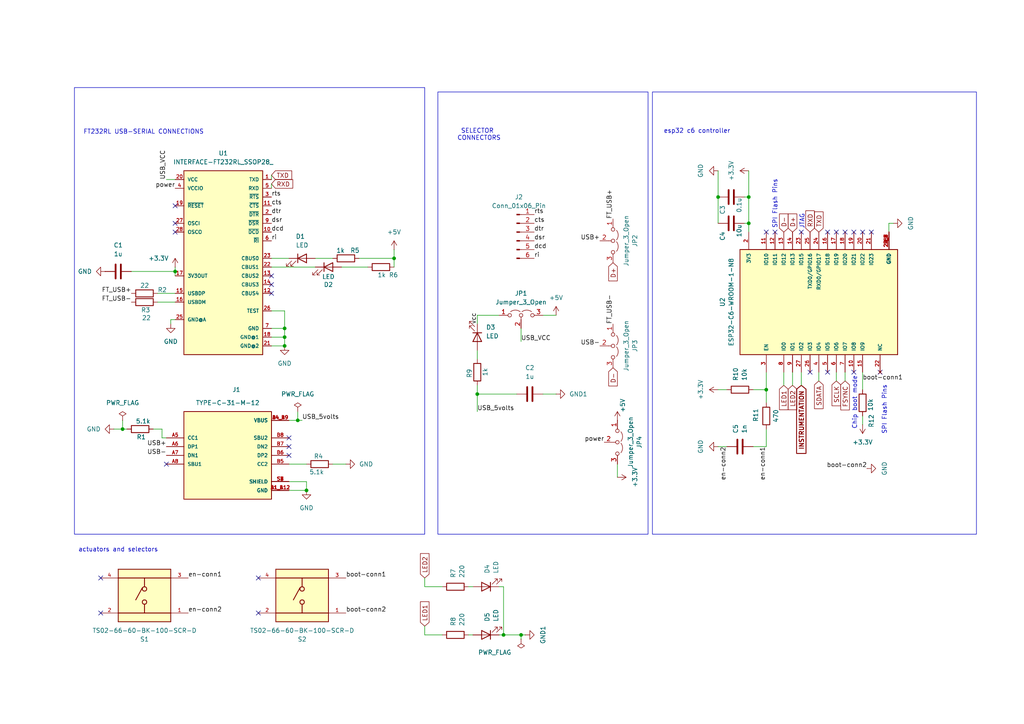
<source format=kicad_sch>
(kicad_sch (version 20250114) (generator "eeschema") (generator_version "9.0")
  (paper "A4")
  (lib_symbols
    (symbol "Connector:Conn_01x06_Pin" (pin_names (offset 1.016) (hide yes))
      (property "Reference" "J" (at 0 7.62 0))
      (property "Value" "Conn_01x06_Pin" (at 0 -10.16 0))
      (symbol "Conn_01x06_Pin_1_1"
        (rectangle (start 0.8636 5.207) (end 0 4.953) (stroke (width 0.1524)) (fill (type outline)))
        (rectangle (start 0.8636 2.667) (end 0 2.413) (stroke (width 0.1524)) (fill (type outline)))
        (rectangle (start 0.8636 0.127) (end 0 -0.127) (stroke (width 0.1524)) (fill (type outline)))
        (rectangle (start 0.8636 -2.413) (end 0 -2.667) (stroke (width 0.1524)) (fill (type outline)))
        (rectangle (start 0.8636 -4.953) (end 0 -5.207) (stroke (width 0.1524)) (fill (type outline)))
        (rectangle (start 0.8636 -7.493) (end 0 -7.747) (stroke (width 0.1524)) (fill (type outline)))
        (polyline (pts (xy 1.27 5.08) (xy 0.8636 5.08)) (stroke (width 0.1524)))
        (polyline (pts (xy 1.27 2.54) (xy 0.8636 2.54)) (stroke (width 0.1524)))
        (polyline (pts (xy 1.27 0) (xy 0.8636 0)) (stroke (width 0.1524)))
        (polyline (pts (xy 1.27 -2.54) (xy 0.8636 -2.54)) (stroke (width 0.1524)))
        (polyline (pts (xy 1.27 -5.08) (xy 0.8636 -5.08)) (stroke (width 0.1524)))
        (polyline (pts (xy 1.27 -7.62) (xy 0.8636 -7.62)) (stroke (width 0.1524)))
        (pin passive line (at 5.08 5.08 180) (length 3.81) (name "Pin_1") (number "1"))
        (pin passive line (at 5.08 2.54 180) (length 3.81) (name "Pin_2") (number "2"))
        (pin passive line (at 5.08 0 180) (length 3.81) (name "Pin_3") (number "3"))
        (pin passive line (at 5.08 -2.54 180) (length 3.81) (name "Pin_4") (number "4"))
        (pin passive line (at 5.08 -5.08 180) (length 3.81) (name "Pin_5") (number "5"))
        (pin passive line (at 5.08 -7.62 180) (length 3.81) (name "Pin_6") (number "6"))
      )
    )
    (symbol "Device:C" (pin_numbers (hide yes)) (pin_names (offset 0.254))
      (property "Reference" "C" (at 0.635 2.54 0))
      (property "Value" "C" (at 0.635 -2.54 0))
      (symbol "C_0_1"
        (polyline (pts (xy -2.032 0.762) (xy 2.032 0.762)) (stroke (width 0.508)))
        (polyline (pts (xy -2.032 -0.762) (xy 2.032 -0.762)) (stroke (width 0.508)))
      )
      (symbol "C_1_1"
        (pin passive line (at 0 3.81 270) (length 2.794) (name "~") (number "1"))
        (pin passive line (at 0 -3.81 90) (length 2.794) (name "~") (number "2"))
      )
    )
    (symbol "Device:LED" (pin_numbers (hide yes)) (pin_names (offset 1.016) (hide yes))
      (property "Reference" "D" (at 0 2.54 0))
      (property "Value" "LED" (at 0 -2.54 0))
      (symbol "LED_0_1"
        (polyline (pts (xy -3.048 -0.762) (xy -4.572 -2.286) (xy -3.81 -2.286) (xy -4.572 -2.286) (xy -4.572 -1.524)))
        (polyline (pts (xy -1.778 -0.762) (xy -3.302 -2.286) (xy -2.54 -2.286) (xy -3.302 -2.286) (xy -3.302 -1.524)))
        (polyline (pts (xy -1.27 0) (xy 1.27 0)))
        (polyline (pts (xy -1.27 -1.27) (xy -1.27 1.27)) (stroke (width 0.254)))
        (polyline (pts (xy 1.27 -1.27) (xy 1.27 1.27) (xy -1.27 0) (xy 1.27 -1.27)) (stroke (width 0.254)))
      )
      (symbol "LED_1_1"
        (pin passive line (at -3.81 0 0) (length 2.54) (name "K") (number "1"))
        (pin passive line (at 3.81 0 180) (length 2.54) (name "A") (number "2"))
      )
    )
    (symbol "Device:R" (pin_numbers (hide yes)) (pin_names (offset 0))
      (property "Reference" "R" (at 2.032 0 90))
      (property "Value" "R" (at 0 0 90))
      (symbol "R_0_1"
        (rectangle (start -1.016 -2.54) (end 1.016 2.54) (stroke (width 0.254)))
      )
      (symbol "R_1_1"
        (pin passive line (at 0 3.81 270) (length 1.27) (name "~") (number "1"))
        (pin passive line (at 0 -3.81 90) (length 1.27) (name "~") (number "2"))
      )
    )
    (symbol "ESP32-C6-WROOM-1-N8-mmms:ESP32-C6-WROOM-1-N8" (pin_names (offset 1.016))
      (property "Reference" "U" (at -15.24 23.622 0))
      (property "Value" "ESP32-C6-WROOM-1-N8" (at -15.24 -25.4 0))
      (symbol "ESP32-C6-WROOM-1-N8_0_0"
        (rectangle (start -15.24 -22.86) (end 15.24 22.86) (stroke (width 0.254)) (fill (type background)))
        (pin input line (at -20.32 15.24 0) (length 5.08) (name "EN") (number "3"))
        (pin bidirectional line (at -20.32 10.16 0) (length 5.08) (name "IO0") (number "8"))
        (pin bidirectional line (at -20.32 7.62 0) (length 5.08) (name "IO1") (number "9"))
        (pin bidirectional line (at -20.32 5.08 0) (length 5.08) (name "IO2") (number "27"))
        (pin bidirectional line (at -20.32 2.54 0) (length 5.08) (name "IO3") (number "26"))
        (pin bidirectional line (at -20.32 0 0) (length 5.08) (name "IO4") (number "4"))
        (pin bidirectional line (at -20.32 -2.54 0) (length 5.08) (name "IO5") (number "5"))
        (pin bidirectional line (at -20.32 -5.08 0) (length 5.08) (name "IO6") (number "6"))
        (pin bidirectional line (at -20.32 -7.62 0) (length 5.08) (name "IO7") (number "7"))
        (pin bidirectional line (at -20.32 -10.16 0) (length 5.08) (name "IO8") (number "10"))
        (pin bidirectional line (at -20.32 -12.7 0) (length 5.08) (name "IO9") (number "15"))
        (pin no_connect line (at -20.32 -17.78 0) (length 5.08) (name "NC") (number "22"))
        (pin power_in line (at 20.32 20.32 180) (length 5.08) (name "3V3") (number "2"))
        (pin bidirectional line (at 20.32 15.24 180) (length 5.08) (name "IO10") (number "11"))
        (pin bidirectional line (at 20.32 12.7 180) (length 5.08) (name "IO11") (number "12"))
        (pin bidirectional line (at 20.32 10.16 180) (length 5.08) (name "IO12") (number "13"))
        (pin bidirectional line (at 20.32 7.62 180) (length 5.08) (name "IO13") (number "14"))
        (pin bidirectional line (at 20.32 5.08 180) (length 5.08) (name "IO15") (number "23"))
        (pin bidirectional line (at 20.32 2.54 180) (length 5.08) (name "TXD0/GPIO16") (number "25"))
        (pin bidirectional line (at 20.32 0 180) (length 5.08) (name "RXD0/GPIO17") (number "24"))
        (pin bidirectional line (at 20.32 -2.54 180) (length 5.08) (name "IO18") (number "16"))
        (pin bidirectional line (at 20.32 -5.08 180) (length 5.08) (name "IO19") (number "17"))
        (pin bidirectional line (at 20.32 -7.62 180) (length 5.08) (name "IO20") (number "18"))
        (pin bidirectional line (at 20.32 -10.16 180) (length 5.08) (name "IO21") (number "19"))
        (pin bidirectional line (at 20.32 -12.7 180) (length 5.08) (name "IO22") (number "20"))
        (pin bidirectional line (at 20.32 -15.24 180) (length 5.08) (name "IO23") (number "21"))
        (pin power_in line (at 20.32 -20.32 180) (length 5.08) (name "GND") (number "1"))
        (pin power_in line (at 20.32 -20.32 180) (length 5.08) (name "GND") (number "28"))
        (pin power_in line (at 20.32 -20.32 180) (length 5.08) (name "GND") (number "29_1"))
        (pin power_in line (at 20.32 -20.32 180) (length 5.08) (name "GND") (number "29_2"))
        (pin power_in line (at 20.32 -20.32 180) (length 5.08) (name "GND") (number "29_3"))
        (pin power_in line (at 20.32 -20.32 180) (length 5.08) (name "GND") (number "29_4"))
        (pin power_in line (at 20.32 -20.32 180) (length 5.08) (name "GND") (number "29_5"))
        (pin power_in line (at 20.32 -20.32 180) (length 5.08) (name "GND") (number "29_6"))
        (pin power_in line (at 20.32 -20.32 180) (length 5.08) (name "GND") (number "29_7"))
        (pin power_in line (at 20.32 -20.32 180) (length 5.08) (name "GND") (number "29_8"))
        (pin power_in line (at 20.32 -20.32 180) (length 5.08) (name "GND") (number "29_9"))
      )
    )
    (symbol "GND_1" (power) (pin_numbers (hide yes)) (pin_names (offset 0) (hide yes))
      (property "Value" "GND" (at 0 -3.81 0))
      (symbol "GND_1_0_1"
        (polyline (pts (xy 0 0) (xy 0 -1.27) (xy 1.27 -1.27) (xy 0 -2.54) (xy -1.27 -1.27) (xy 0 -1.27)))
      )
      (symbol "GND_1_1_1"
        (pin power_in line (at 0 0 270) (length 0) (name "~") (number "1"))
      )
    )
    (symbol "INTERFACE-FT232RL_SSOP28_:INTERFACE-FT232RL_SSOP28_" (pin_names (offset 1.016))
      (property "Reference" "U" (at -11.4502 27.9893 0))
      (property "Value" "INTERFACE-FT232RL_SSOP28_" (at -5.0815 27.9484 0))
      (symbol "INTERFACE-FT232RL_SSOP28__0_0"
        (rectangle (start -11.43 -26.67) (end 11.43 26.67) (stroke (width 0.254)) (fill (type background)))
        (pin input line (at -13.97 24.13 0) (length 2.54) (name "VCC") (number "20"))
        (pin input line (at -13.97 21.59 0) (length 2.54) (name "VCCIO") (number "4"))
        (pin input line (at -13.97 16.51 0) (length 2.54) (name "~{RESET}") (number "19"))
        (pin input line (at -13.97 11.43 0) (length 2.54) (name "OSCI") (number "27"))
        (pin input line (at -13.97 8.89 0) (length 2.54) (name "OSCO") (number "28"))
        (pin input line (at -13.97 -3.81 0) (length 2.54) (name "3V3OUT") (number "17"))
        (pin input line (at -13.97 -8.89 0) (length 2.54) (name "USBDP") (number "15"))
        (pin input line (at -13.97 -11.43 0) (length 2.54) (name "USBDM") (number "16"))
        (pin input line (at -13.97 -16.51 0) (length 2.54) (name "GND@A") (number "25"))
        (pin input line (at 13.97 24.13 180) (length 2.54) (name "TXD") (number "1"))
        (pin input line (at 13.97 21.59 180) (length 2.54) (name "RXD") (number "5"))
        (pin input line (at 13.97 19.05 180) (length 2.54) (name "~{RTS}") (number "3"))
        (pin input line (at 13.97 16.51 180) (length 2.54) (name "~{CTS}") (number "11"))
        (pin input line (at 13.97 13.97 180) (length 2.54) (name "~{DTR}") (number "2"))
        (pin input line (at 13.97 11.43 180) (length 2.54) (name "~{DSR}") (number "9"))
        (pin input line (at 13.97 8.89 180) (length 2.54) (name "~{DCD}") (number "10"))
        (pin input line (at 13.97 6.35 180) (length 2.54) (name "~{RI}") (number "6"))
        (pin input line (at 13.97 1.27 180) (length 2.54) (name "CBUS0") (number "23"))
        (pin input line (at 13.97 -1.27 180) (length 2.54) (name "CBUS1") (number "22"))
        (pin input line (at 13.97 -3.81 180) (length 2.54) (name "CBUS2") (number "13"))
        (pin input line (at 13.97 -6.35 180) (length 2.54) (name "CBUS3") (number "14"))
        (pin input line (at 13.97 -8.89 180) (length 2.54) (name "CBUS4") (number "12"))
        (pin input line (at 13.97 -13.97 180) (length 2.54) (name "TEST") (number "26"))
        (pin input line (at 13.97 -19.05 180) (length 2.54) (name "GND") (number "7"))
        (pin input line (at 13.97 -21.59 180) (length 2.54) (name "GND@1") (number "18"))
        (pin input line (at 13.97 -24.13 180) (length 2.54) (name "GND@2") (number "21"))
      )
    )
    (symbol "Jumper:Jumper_3_Open" (pin_names (offset 0) (hide yes)) (in_bom no)
      (property "Reference" "JP" (at -2.54 -2.54 0))
      (property "Value" "Jumper_3_Open" (at 0 2.794 0))
      (symbol "Jumper_3_Open_0_0"
        (circle (center -3.302 0) (radius 0.508))
        (circle (center 0 0) (radius 0.508))
        (circle (center 3.302 0) (radius 0.508))
      )
      (symbol "Jumper_3_Open_0_1"
        (arc (start -3.048 1.016) (mid -1.651 1.4992) (end -0.254 1.016))
        (polyline (pts (xy 0 -0.508) (xy 0 -1.27)))
        (arc (start 0.254 1.016) (mid 1.651 1.4992) (end 3.048 1.016))
      )
      (symbol "Jumper_3_Open_1_1"
        (pin passive line (at -6.35 0 0) (length 2.54) (name "A") (number "1"))
        (pin passive line (at 0 -3.81 90) (length 2.54) (name "C") (number "2"))
        (pin passive line (at 6.35 0 180) (length 2.54) (name "B") (number "3"))
      )
    )
    (symbol "TS02-66-60-BK-100-SCR-D-mmms:TS02-66-60-BK-100-SCR-D" (pin_names (offset 1.016))
      (property "Reference" "S" (at -7.62 8.382 0))
      (property "Value" "TS02-66-60-BK-100-SCR-D" (at -7.62 -8.382 0))
      (symbol "TS02-66-60-BK-100-SCR-D_0_0"
        (rectangle (start -7.62 -7.62) (end 7.62 7.62) (stroke (width 0.254)) (fill (type background)))
        (polyline (pts (xy 0 5.08) (xy -7.62 5.08)) (stroke (width 0.254)))
        (polyline (pts (xy 0 5.08) (xy 0 2.54)) (stroke (width 0.254)))
        (polyline (pts (xy 0 5.08) (xy 7.62 5.08)) (stroke (width 0.254)))
        (circle (center 0 1.905) (radius 0.635) (stroke (width 0.254)))
        (circle (center 0 -1.905) (radius 0.635) (stroke (width 0.254)))
        (polyline (pts (xy 0 -2.54) (xy 0 -5.08)) (stroke (width 0.254)))
        (polyline (pts (xy 0 -5.08) (xy -7.62 -5.08)) (stroke (width 0.254)))
        (polyline (pts (xy 0 -5.08) (xy 7.62 -5.08)) (stroke (width 0.254)))
        (polyline (pts (xy 0.635 -2.2225) (xy 2.54 1.27)) (stroke (width 0.254)))
        (pin passive line (at -12.7 5.08 0) (length 5.08) (name "~") (number "1"))
        (pin passive line (at -12.7 -5.08 0) (length 5.08) (name "~") (number "3"))
        (pin passive line (at 12.7 5.08 180) (length 5.08) (name "~") (number "2"))
        (pin passive line (at 12.7 -5.08 180) (length 5.08) (name "~") (number "4"))
      )
    )
    (symbol "TYPE-C-31-M-12:TYPE-C-31-M-12" (pin_names (offset 1.016))
      (property "Reference" "J" (at -12.7 13.462 0))
      (property "Value" "TYPE-C-31-M-12" (at -12.7 -13.462 0))
      (symbol "TYPE-C-31-M-12_0_0"
        (rectangle (start -12.7 -12.7) (end 12.7 12.7) (stroke (width 0.254)) (fill (type background)))
        (pin bidirectional line (at -17.78 5.08 0) (length 5.08) (name "CC1") (number "A5"))
        (pin bidirectional line (at -17.78 2.54 0) (length 5.08) (name "DP1") (number "A6"))
        (pin bidirectional line (at -17.78 0 0) (length 5.08) (name "DN1") (number "A7"))
        (pin bidirectional line (at -17.78 -2.54 0) (length 5.08) (name "SBU1") (number "A8"))
        (pin power_in line (at 17.78 10.16 180) (length 5.08) (name "VBUS") (number "A4_B9"))
        (pin power_in line (at 17.78 10.16 180) (length 5.08) (name "VBUS") (number "B4_A9"))
        (pin bidirectional line (at 17.78 5.08 180) (length 5.08) (name "SBU2") (number "B8"))
        (pin bidirectional line (at 17.78 2.54 180) (length 5.08) (name "DN2") (number "B7"))
        (pin bidirectional line (at 17.78 0 180) (length 5.08) (name "DP2") (number "B6"))
        (pin bidirectional line (at 17.78 -2.54 180) (length 5.08) (name "CC2") (number "B5"))
        (pin passive line (at 17.78 -7.62 180) (length 5.08) (name "SHIELD") (number "S1"))
        (pin passive line (at 17.78 -7.62 180) (length 5.08) (name "SHIELD") (number "S2"))
        (pin passive line (at 17.78 -7.62 180) (length 5.08) (name "SHIELD") (number "S3"))
        (pin passive line (at 17.78 -7.62 180) (length 5.08) (name "SHIELD") (number "S4"))
        (pin power_in line (at 17.78 -10.16 180) (length 5.08) (name "GND") (number "A1_B12"))
        (pin power_in line (at 17.78 -10.16 180) (length 5.08) (name "GND") (number "B1_A12"))
      )
    )
    (symbol "power:+3.3V" (power) (pin_numbers (hide yes)) (pin_names (offset 0) (hide yes))
      (property "Value" "+3.3V" (at 0 3.556 0))
      (symbol "+3.3V_0_1"
        (polyline (pts (xy -0.762 1.27) (xy 0 2.54)))
        (polyline (pts (xy 0 2.54) (xy 0.762 1.27)))
        (polyline (pts (xy 0 0) (xy 0 2.54)))
      )
      (symbol "+3.3V_1_1"
        (pin power_in line (at 0 0 90) (length 0) (name "~") (number "1"))
      )
    )
    (symbol "power:+5V" (power) (pin_numbers (hide yes)) (pin_names (offset 0) (hide yes))
      (property "Value" "+5V" (at 0 3.556 0))
      (symbol "+5V_0_1"
        (polyline (pts (xy -0.762 1.27) (xy 0 2.54)))
        (polyline (pts (xy 0 2.54) (xy 0.762 1.27)))
        (polyline (pts (xy 0 0) (xy 0 2.54)))
      )
      (symbol "+5V_1_1"
        (pin power_in line (at 0 0 90) (length 0) (name "~") (number "1"))
      )
    )
    (symbol "power:GND1" (power) (pin_numbers (hide yes)) (pin_names (offset 0) (hide yes))
      (property "Value" "GND1" (at 0 -3.81 0))
      (symbol "GND1_0_1"
        (polyline (pts (xy 0 0) (xy 0 -1.27) (xy 1.27 -1.27) (xy 0 -2.54) (xy -1.27 -1.27) (xy 0 -1.27)))
      )
      (symbol "GND1_1_1"
        (pin power_in line (at 0 0 270) (length 0) (name "~") (number "1"))
      )
    )
    (symbol "power:PWR_FLAG" (power) (pin_numbers (hide yes)) (pin_names (offset 0) (hide yes))
      (property "Value" "PWR_FLAG" (at 0 3.81 0))
      (symbol "PWR_FLAG_0_0"
        (pin power_out line (at 0 0 90) (length 0) (name "~") (number "1"))
      )
      (symbol "PWR_FLAG_0_1"
        (polyline (pts (xy 0 0) (xy 0 1.27) (xy -1.016 1.905) (xy 0 2.54) (xy 1.016 1.905) (xy 0 1.27)))
      )
    )
  )
  (rectangle (start 127 26.67) (end 187.96 154.94))
  (rectangle (start 189.23 26.67) (end 283.21 154.94))
  (rectangle (start 21.59 25.4) (end 123.19 154.94))
  (text "esp32 c6 controller\n" (at 202.184 38.1 0) (effects (font (size 1.27 1.27))))
  (text "actuators and selectors\n" (at 34.29 159.512 0) (effects (font (size 1.27 1.27))))
  (text "JTAG" (at 232.664 64.262 90) (effects (font (size 1.27 1.27))))
  (text "SELECTOR \nCONNECTORS" (at 138.938 39.116 0) (effects (font (size 1.27 1.27))))
  (text "Chip boot mode " (at 247.904 116.332 90) (effects (font (size 1.27 1.27))))
  (text "SPI Flash Pins" (at 256.54 118.872 90) (effects (font (size 1.27 1.27))))
  (text "SPI Flash Pins" (at 224.79 59.182 90) (effects (font (size 1.27 1.27))))
  (text "FT232RL USB-SERIAL CONNECTIONS\n\n" (at 41.656 39.37 0) (effects (font (size 1.27 1.27))))
  (junction (at 50.8 78.74))
  (junction (at 138.43 114.3))
  (junction (at 35.56 124.46))
  (junction (at 88.9 142.24))
  (junction (at 82.55 95.25))
  (junction (at 82.55 100.33))
  (junction (at 86.36 121.92))
  (junction (at 217.17 57.15))
  (junction (at 151.13 184.15))
  (junction (at 146.05 184.15))
  (junction (at 208.28 57.15))
  (junction (at 217.17 64.77))
  (junction (at 114.3 74.93))
  (junction (at 82.55 97.79))
  (junction (at 222.25 113.03))
  (no_connect (at 78.74 80.01))
  (no_connect (at 247.65 107.95))
  (no_connect (at 78.74 85.09))
  (no_connect (at 50.8 59.69))
  (no_connect (at 29.21 177.8))
  (no_connect (at 48.26 134.62))
  (no_connect (at 250.19 67.31))
  (no_connect (at 242.57 67.31))
  (no_connect (at 222.25 67.31))
  (no_connect (at 224.79 67.31))
  (no_connect (at 234.95 107.95))
  (no_connect (at 50.8 64.77))
  (no_connect (at 255.27 107.95))
  (no_connect (at 232.41 67.31))
  (no_connect (at 247.65 67.31))
  (no_connect (at 245.11 67.31))
  (no_connect (at 74.93 177.8))
  (no_connect (at 50.8 67.31))
  (no_connect (at 240.03 67.31))
  (no_connect (at 83.82 132.08))
  (no_connect (at 240.03 107.95))
  (no_connect (at 74.93 167.64))
  (no_connect (at 29.21 167.64))
  (no_connect (at 83.82 129.54))
  (no_connect (at 78.74 82.55))
  (no_connect (at 252.73 67.31))
  (no_connect (at 83.82 127))
  (wire (pts (xy 217.17 64.77) (xy 217.17 57.15)))
  (wire (pts (xy 229.87 111.76) (xy 229.87 107.95)))
  (wire (pts (xy 232.41 107.95) (xy 232.41 111.76)))
  (wire (pts (xy 45.72 87.63) (xy 50.8 87.63)))
  (wire (pts (xy 78.74 97.79) (xy 82.55 97.79)))
  (wire (pts (xy 222.25 129.54) (xy 222.25 124.46)))
  (wire (pts (xy 114.3 74.93) (xy 114.3 77.47)))
  (wire (pts (xy 250.19 113.03) (xy 250.19 107.95)))
  (wire (pts (xy 114.3 72.39) (xy 114.3 74.93)))
  (wire (pts (xy 46.99 124.46) (xy 46.99 127)))
  (wire (pts (xy 104.14 74.93) (xy 114.3 74.93)))
  (wire (pts (xy 83.82 139.7) (xy 88.9 139.7)))
  (wire (pts (xy 218.44 129.54) (xy 222.25 129.54)))
  (wire (pts (xy 138.43 114.3) (xy 138.43 119.38)))
  (wire (pts (xy 208.28 57.15) (xy 208.28 49.53)))
  (wire (pts (xy 208.28 113.03) (xy 210.82 113.03)))
  (wire (pts (xy 86.36 119.38) (xy 86.36 121.92)))
  (wire (pts (xy 50.8 78.74) (xy 50.8 80.01)))
  (wire (pts (xy 208.28 64.77) (xy 208.28 57.15)))
  (wire (pts (xy 157.48 114.3) (xy 161.29 114.3)))
  (wire (pts (xy 78.74 95.25) (xy 82.55 95.25)))
  (wire (pts (xy 215.9 57.15) (xy 217.17 57.15)))
  (wire (pts (xy 217.17 67.31) (xy 217.17 64.77)))
  (wire (pts (xy 128.27 170.18) (xy 123.19 170.18)))
  (wire (pts (xy 146.05 184.15) (xy 146.05 170.18)))
  (wire (pts (xy 78.74 90.17) (xy 82.55 90.17)))
  (wire (pts (xy 33.02 124.46) (xy 35.56 124.46)))
  (wire (pts (xy 78.74 100.33) (xy 82.55 100.33)))
  (wire (pts (xy 144.78 91.44) (xy 138.43 91.44)))
  (wire (pts (xy 78.74 53.34) (xy 78.74 54.61)))
  (wire (pts (xy 82.55 95.25) (xy 82.55 97.79)))
  (wire (pts (xy 151.13 184.15) (xy 152.4 184.15)))
  (wire (pts (xy 49.53 92.71) (xy 49.53 93.98)))
  (wire (pts (xy 218.44 113.03) (xy 222.25 113.03)))
  (wire (pts (xy 138.43 104.14) (xy 138.43 101.6)))
  (wire (pts (xy 138.43 111.76) (xy 138.43 114.3)))
  (wire (pts (xy 144.78 170.18) (xy 146.05 170.18)))
  (wire (pts (xy 123.19 181.61) (xy 123.19 184.15)))
  (wire (pts (xy 82.55 97.79) (xy 82.55 100.33)))
  (wire (pts (xy 217.17 57.15) (xy 217.17 49.53)))
  (wire (pts (xy 83.82 134.62) (xy 88.9 134.62)))
  (wire (pts (xy 78.74 77.47) (xy 91.44 77.47)))
  (wire (pts (xy 78.74 50.8) (xy 78.74 52.07)))
  (wire (pts (xy 82.55 90.17) (xy 82.55 95.25)))
  (wire (pts (xy 38.1 78.74) (xy 50.8 78.74)))
  (wire (pts (xy 135.89 184.15) (xy 137.16 184.15)))
  (wire (pts (xy 78.74 74.93) (xy 83.82 74.93)))
  (wire (pts (xy 222.25 116.84) (xy 222.25 113.03)))
  (wire (pts (xy 245.11 110.49) (xy 245.11 107.95)))
  (wire (pts (xy 138.43 91.44) (xy 138.43 93.98)))
  (wire (pts (xy 50.8 92.71) (xy 49.53 92.71)))
  (wire (pts (xy 179.07 134.62) (xy 179.07 138.43)))
  (wire (pts (xy 50.8 77.47) (xy 50.8 78.74)))
  (wire (pts (xy 83.82 121.92) (xy 86.36 121.92)))
  (wire (pts (xy 46.99 127) (xy 48.26 127)))
  (wire (pts (xy 257.81 67.31) (xy 257.81 64.77)))
  (wire (pts (xy 123.19 170.18) (xy 123.19 167.64)))
  (wire (pts (xy 45.72 85.09) (xy 50.8 85.09)))
  (wire (pts (xy 35.56 121.92) (xy 35.56 124.46)))
  (wire (pts (xy 227.33 111.76) (xy 227.33 107.95)))
  (wire (pts (xy 99.06 77.47) (xy 106.68 77.47)))
  (wire (pts (xy 151.13 185.42) (xy 151.13 184.15)))
  (wire (pts (xy 151.13 95.25) (xy 151.13 99.06)))
  (wire (pts (xy 86.36 121.92) (xy 87.63 121.92)))
  (wire (pts (xy 135.89 170.18) (xy 137.16 170.18)))
  (wire (pts (xy 237.49 110.49) (xy 237.49 107.95)))
  (wire (pts (xy 215.9 64.77) (xy 217.17 64.77)))
  (wire (pts (xy 146.05 184.15) (xy 151.13 184.15)))
  (wire (pts (xy 222.25 113.03) (xy 222.25 107.95)))
  (wire (pts (xy 83.82 142.24) (xy 88.9 142.24)))
  (wire (pts (xy 138.43 114.3) (xy 149.86 114.3)))
  (wire (pts (xy 257.81 64.77) (xy 259.08 64.77)))
  (wire (pts (xy 250.19 123.19) (xy 250.19 120.65)))
  (wire (pts (xy 123.19 184.15) (xy 128.27 184.15)))
  (wire (pts (xy 144.78 184.15) (xy 146.05 184.15)))
  (wire (pts (xy 242.57 110.49) (xy 242.57 107.95)))
  (wire (pts (xy 91.44 74.93) (xy 96.52 74.93)))
  (wire (pts (xy 157.48 91.44) (xy 161.29 91.44)))
  (wire (pts (xy 35.56 124.46) (xy 36.83 124.46)))
  (wire (pts (xy 88.9 139.7) (xy 88.9 142.24)))
  (wire (pts (xy 96.52 134.62) (xy 100.33 134.62)))
  (wire (pts (xy 208.28 129.54) (xy 210.82 129.54)))
  (wire (pts (xy 48.26 52.07) (xy 50.8 52.07)))
  (wire (pts (xy 44.45 124.46) (xy 46.99 124.46)))
  (label "boot-conn2" (at 251.46 135.89 180))
  (label "USB+" (at 48.26 129.54 180))
  (label "cts" (at 154.94 64.77 0))
  (label "boot-conn1" (at 250.19 110.49 0))
  (label "USB_5volts" (at 87.63 121.92 0))
  (label "power" (at 175.26 128.27 180))
  (label "power" (at 50.8 54.61 180))
  (label "dsr" (at 154.94 69.85 0))
  (label "en-conn2" (at 210.82 129.54 270))
  (label "en-conn2" (at 54.61 177.8 0))
  (label "ri" (at 78.74 69.85 0))
  (label "ri" (at 154.94 74.93 0))
  (label "USB_VCC" (at 151.13 99.06 0))
  (label "dcd" (at 154.94 72.39 0))
  (label "dtr" (at 78.74 62.23 0))
  (label "USB+" (at 173.99 69.85 180))
  (label "boot-conn2" (at 100.33 177.8 0))
  (label "FT_USB-" (at 177.8 93.98 90))
  (label "en-conn1" (at 54.61 167.64 0))
  (label "vcc" (at 138.43 93.98 90))
  (label "dcd" (at 78.74 67.31 0))
  (label "dsr" (at 78.74 64.77 0))
  (label "FT_USB-" (at 38.1 87.63 180))
  (label "boot-conn1" (at 100.33 167.64 0))
  (label "FT_USB+" (at 177.8 63.5 90))
  (label "rts" (at 154.94 62.23 0))
  (label "FT_USB+" (at 38.1 85.09 180))
  (label "USB_VCC" (at 48.26 52.07 90))
  (label "USB_5volts" (at 138.43 119.38 0))
  (label "rts" (at 78.74 57.15 0))
  (label "cts" (at 78.74 59.69 0))
  (label "dtr" (at 154.94 67.31 0))
  (label "en-conn1" (at 222.25 129.54 270))
  (label "USB-" (at 173.99 100.33 180))
  (label "USB-" (at 48.26 132.08 180))
  (global_label "LED1" (shape input) (at 227.33 111.76 270) (property "Intersheetrefs" "${INTERSHEET_REFS}" (effects (hide yes))))
  (global_label "RXD" (shape input) (at 78.74 53.34 0) (property "Intersheetrefs" "${INTERSHEET_REFS}" (effects (hide yes))))
  (global_label "D-" (shape input) (at 177.8 106.68 270) (property "Intersheetrefs" "${INTERSHEET_REFS}" (effects (hide yes))))
  (global_label "SCLK" (shape input) (at 242.57 110.49 270) (property "Intersheetrefs" "${INTERSHEET_REFS}" (effects (hide yes))))
  (global_label "SDATA" (shape input) (at 237.49 110.49 270) (property "Intersheetrefs" "${INTERSHEET_REFS}" (effects (hide yes))))
  (global_label "LED2" (shape input) (at 123.19 167.64 90) (property "Intersheetrefs" "${INTERSHEET_REFS}" (effects (hide yes))))
  (global_label "LED2" (shape input) (at 229.87 111.76 270) (property "Intersheetrefs" "${INTERSHEET_REFS}" (effects (hide yes))))
  (global_label "RXD" (shape input) (at 234.95 67.31 90) (property "Intersheetrefs" "${INTERSHEET_REFS}" (effects (hide yes))))
  (global_label "D-" (shape input) (at 227.33 67.31 90) (property "Intersheetrefs" "${INTERSHEET_REFS}" (effects (hide yes))))
  (global_label "FSYNC" (shape input) (at 245.11 110.49 270) (property "Intersheetrefs" "${INTERSHEET_REFS}" (effects (hide yes))))
  (global_label "TXD" (shape input) (at 237.49 67.31 90) (property "Intersheetrefs" "${INTERSHEET_REFS}" (effects (hide yes))))
  (global_label "TXD" (shape input) (at 78.74 50.8 0) (property "Intersheetrefs" "${INTERSHEET_REFS}" (effects (hide yes))))
  (global_label "D+" (shape input) (at 177.8 76.2 270) (property "Intersheetrefs" "${INTERSHEET_REFS}" (effects (hide yes))))
  (global_label "D+" (shape input) (at 229.87 67.31 90) (property "Intersheetrefs" "${INTERSHEET_REFS}" (effects (hide yes))))
  (global_label "LED1" (shape input) (at 123.19 181.61 90) (property "Intersheetrefs" "${INTERSHEET_REFS}" (effects (hide yes))))
  (global_label "INSTRUMENTATION" (shape input) (at 232.41 111.76 270) (effects (font (thickness 0.254) (bold yes))) (property "Intersheetrefs" "${INTERSHEET_REFS}" (effects (hide yes))))
  (symbol (lib_id "power:GND1") (at 152.4 184.15 90) (unit 1)
    (property "Reference" "#PWR09" (effects (hide yes)))
    (property "Value" "GND1" (at 157.48 184.15 0))
    (property "Description" "Power symbol creates a global label with name \"GND1\" , ground" (effects (hide yes)))
  )
  (symbol (lib_id "Connector:Conn_01x06_Pin") (at 149.86 67.31 0) (unit 1)
    (property "Reference" "J2" (at 150.495 57.15 0))
    (property "Value" "Conn_01x06_Pin" (at 150.495 59.69 0))
    (property "Footprint" "footprints:TE_5-2267062-6" (effects (hide yes)))
    (property "Description" "Generic connector, single row, 01x06, script generated" (effects (hide yes)))
  )
  (symbol (lib_name "GND_1") (lib_id "power:GND") (at 100.33 134.62 90) (unit 1)
    (property "Reference" "#PWR07" (effects (hide yes)))
    (property "Value" "GND" (at 104.14 134.6199 90) (effects (justify right)))
    (property "Description" "Power symbol creates a global label with name \"GND\" , ground" (effects (hide yes)))
  )
  (symbol (lib_id "Device:R") (at 214.63 113.03 90) (unit 1)
    (property "Reference" "R10" (at 213.3599 110.49 0) (effects (justify left)))
    (property "Value" "10k" (at 215.8999 110.49 0) (effects (justify left)))
    (property "Footprint" "Resistor_SMD:R_0201_0603Metric" (effects (hide yes)))
  )
  (symbol (lib_name "GND_1") (lib_id "power:GND") (at 208.28 49.53 270) (unit 1)
    (property "Reference" "#PWR014" (effects (hide yes)))
    (property "Value" "GND" (at 203.2 49.53 0))
    (property "Description" "Power symbol creates a global label with name \"GND\" , ground" (effects (hide yes)))
  )
  (symbol (lib_id "power:PWR_FLAG") (at 35.56 121.92 0) (unit 1)
    (property "Reference" "#FLG01" (effects (hide yes)))
    (property "Value" "PWR_FLAG" (at 35.56 116.84 0))
    (property "Description" "Special symbol for telling ERC where power comes from" (effects (hide yes)))
  )
  (symbol (lib_id "Device:R") (at 222.25 120.65 180) (unit 1)
    (property "Reference" "R11" (at 219.202 120.396 90))
    (property "Value" "470" (at 225.044 120.65 90))
    (property "Footprint" "Resistor_SMD:R_0201_0603Metric" (effects (hide yes)))
  )
  (symbol (lib_id "power:+3.3V") (at 250.19 123.19 180) (unit 1)
    (property "Reference" "#PWR018" (effects (hide yes)))
    (property "Value" "+3.3V" (at 250.19 128.27 0))
    (property "Description" "Power symbol creates a global label with name \"+3.3V\"" (effects (hide yes)))
  )
  (symbol (lib_id "Device:C") (at 153.67 114.3 90) (unit 1)
    (property "Reference" "C2" (at 153.67 106.68 90))
    (property "Value" "1u" (at 153.67 109.22 90))
    (property "Footprint" "Capacitor_SMD:C_0603_1608Metric" (effects (hide yes)))
    (property "Description" "Unpolarized capacitor" (effects (hide yes)))
  )
  (symbol (lib_id "Device:LED") (at 140.97 170.18 180) (unit 1)
    (property "Reference" "D4" (at 141.2874 166.37 90) (effects (justify right)))
    (property "Value" "LED" (at 143.8274 166.37 90) (effects (justify right)))
    (property "Footprint" "LED_SMD:LED_0201_0603Metric" (effects (hide yes)))
  )
  (symbol (lib_id "power:GND1") (at 161.29 114.3 90) (unit 1)
    (property "Reference" "#PWR011" (effects (hide yes)))
    (property "Value" "GND1" (at 165.1 114.2999 90) (effects (justify right)))
    (property "Description" "Power symbol creates a global label with name \"GND1\" , ground" (effects (hide yes)))
  )
  (symbol (lib_id "TS02-66-60-BK-100-SCR-D-mmms:TS02-66-60-BK-100-SCR-D") (at 87.63 172.72 180) (unit 1)
    (property "Reference" "S2" (at 87.63 185.42 0))
    (property "Value" "TS02-66-60-BK-100-SCR-D" (at 87.63 182.88 0))
    (property "Footprint" "footprints:SW_TS02-66-60-BK-100-SCR-D" (effects (hide yes)))
    (property "MF" "Same Sky" (effects (hide yes)))
    (property "Description_1" "6 x 6 mm, 6 mm Actuator Height, 100 gf, Black, Short Crimped, Through Hole, SPST, Tactile Switch" (effects (hide yes)))
    (property "Package" "None" (effects (hide yes)))
    (property "Price" "None" (effects (hide yes)))
    (property "Check_prices" "https://www.snapeda.com/parts/TS02-66-60-BK-100-SCR-D/Same+Sky/view-part/?ref=eda" (effects (hide yes)))
    (property "STANDARD" "Manufacturer Recommendations" (effects (hide yes)))
    (property "PARTREV" "1.0" (effects (hide yes)))
    (property "SnapEDA_Link" "https://www.snapeda.com/parts/TS02-66-60-BK-100-SCR-D/Same+Sky/view-part/?ref=snap" (effects (hide yes)))
    (property "MP" "TS02-66-60-BK-100-SCR-D" (effects (hide yes)))
    (property "Availability" "In Stock" (effects (hide yes)))
    (property "MANUFACTURER" "CUI Devices" (effects (hide yes)))
  )
  (symbol (lib_name "GND_1") (lib_id "power:GND") (at 30.48 78.74 270) (unit 1)
    (property "Reference" "#PWR01" (effects (hide yes)))
    (property "Value" "GND" (at 26.67 78.7399 90) (effects (justify right)))
    (property "Description" "Power symbol creates a global label with name \"GND\" , ground" (effects (hide yes)))
  )
  (symbol (lib_name "GND_1") (lib_id "power:GND") (at 251.46 135.89 90) (unit 1)
    (property "Reference" "#PWR019" (effects (hide yes)))
    (property "Value" "GND" (at 256.54 135.89 0))
    (property "Description" "Power symbol creates a global label with name \"GND\" , ground" (effects (hide yes)))
  )
  (symbol (lib_id "power:+5V") (at 114.3 72.39 0) (unit 1)
    (property "Reference" "#PWR08" (effects (hide yes)))
    (property "Value" "+5V" (at 114.3 67.31 0))
    (property "Description" "Power symbol creates a global label with name \"+5V\"" (effects (hide yes)))
  )
  (symbol (lib_id "TYPE-C-31-M-12:TYPE-C-31-M-12") (at 66.04 132.08 0) (unit 1)
    (property "Reference" "J1" (at 68.58 113.03 0))
    (property "Value" "TYPE-C-31-M-12" (at 66.04 116.84 0))
    (property "Footprint" "footprints:HRO_TYPE-C-31-M-12" (effects (hide yes)))
    (property "MF" "HRO Electronics Co., Ltd." (effects (hide yes)))
    (property "MAXIMUM_PACKAGE_HEIGHT" "3.26 mm" (effects (hide yes)))
    (property "Package" "Package" (effects (hide yes)))
    (property "Price" "None" (effects (hide yes)))
    (property "Check_prices" "https://www.snapeda.com/parts/TYPE-C-31-M-12/HRO+Electronics+Co.%252C+Ltd./view-part/?ref=eda" (effects (hide yes)))
    (property "STANDARD" "Manufacturer Recommendations" (effects (hide yes)))
    (property "PARTREV" "2020.12.08" (effects (hide yes)))
    (property "SnapEDA_Link" "https://www.snapeda.com/parts/TYPE-C-31-M-12/HRO+Electronics+Co.%252C+Ltd./view-part/?ref=snap" (effects (hide yes)))
    (property "MP" "TYPE-C-31-M-12" (effects (hide yes)))
    (property "Description_1" "USB Connectors 24 Receptacle 1 8.94*7.3mm RoHS" (effects (hide yes)))
    (property "SNAPEDA_PN" "TYPE-C-31-M-12" (effects (hide yes)))
    (property "Availability" "Not in stock" (effects (hide yes)))
    (property "MANUFACTURER" "HRO Electronics Co., Ltd." (effects (hide yes)))
  )
  (symbol (lib_name "GND_1") (lib_id "power:GND") (at 88.9 142.24 0) (unit 1)
    (property "Reference" "#PWR06" (effects (hide yes)))
    (property "Value" "GND" (at 88.9 147.32 0))
    (property "Description" "Power symbol creates a global label with name \"GND\" , ground" (effects (hide yes)))
  )
  (symbol (lib_id "Jumper:Jumper_3_Open") (at 177.8 100.33 270) (unit 1) (in_bom no)
    (property "Reference" "JP3" (at 184.15 100.33 0))
    (property "Value" "Jumper_3_Open" (at 181.61 100.33 0))
    (property "Footprint" "Connector:FanPinHeader_1x03_P2.54mm_Vertical" (effects (hide yes)))
    (property "Description" "Jumper, 3-pole, both open" (effects (hide yes)))
  )
  (symbol (lib_id "Device:R") (at 132.08 170.18 90) (unit 1)
    (property "Reference" "R7" (at 131.445 167.64 0) (effects (justify left)))
    (property "Value" "220" (at 133.985 167.64 0) (effects (justify left)))
    (property "Footprint" "Resistor_SMD:R_0201_0603Metric" (effects (hide yes)))
  )
  (symbol (lib_id "Device:LED") (at 138.43 97.79 270) (unit 1)
    (property "Reference" "D3" (at 140.97 94.9324 90) (effects (justify left)))
    (property "Value" "LED" (at 140.97 97.4724 90) (effects (justify left)))
    (property "Footprint" "LED_SMD:LED_0201_0603Metric" (effects (hide yes)))
  )
  (symbol (lib_id "power:+5V") (at 161.29 91.44 0) (unit 1)
    (property "Reference" "#PWR010" (effects (hide yes)))
    (property "Value" "+5V" (at 161.29 86.36 0))
    (property "Description" "Power symbol creates a global label with name \"+5V\"" (effects (hide yes)))
  )
  (symbol (lib_id "Device:R") (at 138.43 107.95 180) (unit 1)
    (property "Reference" "R9" (at 136.144 106.934 90) (effects (justify left)))
    (property "Value" "1k" (at 140.716 106.68 90) (effects (justify left)))
    (property "Footprint" "Resistor_SMD:R_0201_0603Metric" (effects (hide yes)))
  )
  (symbol (lib_id "Device:R") (at 110.49 77.47 270) (unit 1)
    (property "Reference" "R6" (at 112.776 79.756 90) (effects (justify left)))
    (property "Value" "1k" (at 109.474 79.756 90) (effects (justify left)))
    (property "Footprint" "Resistor_SMD:R_0201_0603Metric" (effects (hide yes)))
  )
  (symbol (lib_id "Device:R") (at 132.08 184.15 90) (unit 1)
    (property "Reference" "R8" (at 131.445 181.61 0) (effects (justify left)))
    (property "Value" "220" (at 133.985 181.61 0) (effects (justify left)))
    (property "Footprint" "Resistor_SMD:R_0201_0603Metric" (effects (hide yes)))
  )
  (symbol (lib_id "INTERFACE-FT232RL_SSOP28_:INTERFACE-FT232RL_SSOP28_") (at 64.77 76.2 0) (unit 1)
    (property "Reference" "U1" (at 64.77 44.45 0))
    (property "Value" "INTERFACE-FT232RL_SSOP28_" (at 64.77 46.99 0))
    (property "Footprint" "footprints:SSOP28-0.65-10.2X5.2MM" (effects (hide yes)))
    (property "MF" "FTDI, Future" (effects (hide yes)))
    (property "Description_1" "USB Bridge, USB to UART USB 2.0 UART Interface 28-SSOP" (effects (hide yes)))
    (property "Package" "SSOP-28 FTDI" (effects (hide yes)))
    (property "MPN" "FT232RL" (effects (hide yes)))
    (property "Price" "None" (effects (hide yes)))
    (property "SnapEDA_Link" "https://www.snapeda.com/parts/FT232RL/FTDI%252C+Future+Technology+Devices+International+Ltd/view-part/?ref=snap" (effects (hide yes)))
    (property "MP" "FT232RL" (effects (hide yes)))
    (property "Availability" "In Stock" (effects (hide yes)))
    (property "Check_prices" "https://www.snapeda.com/parts/FT232RL/FTDI%252C+Future+Technology+Devices+International+Ltd/view-part/?ref=eda" (effects (hide yes)))
  )
  (symbol (lib_name "GND_1") (lib_id "power:GND") (at 259.08 64.77 90) (unit 1)
    (property "Reference" "#PWR020" (effects (hide yes)))
    (property "Value" "GND" (at 264.16 64.77 0))
    (property "Description" "Power symbol creates a global label with name \"GND\" , ground" (effects (hide yes)))
  )
  (symbol (lib_id "Device:LED") (at 140.97 184.15 180) (unit 1)
    (property "Reference" "D5" (at 141.2874 180.34 90) (effects (justify right)))
    (property "Value" "LED" (at 143.8274 180.34 90) (effects (justify right)))
    (property "Footprint" "LED_SMD:LED_0201_0603Metric" (effects (hide yes)))
  )
  (symbol (lib_id "power:PWR_FLAG") (at 86.36 119.38 0) (unit 1)
    (property "Reference" "#FLG03" (effects (hide yes)))
    (property "Value" "PWR_FLAG" (at 86.36 114.3 0))
    (property "Description" "Special symbol for telling ERC where power comes from" (effects (hide yes)))
  )
  (symbol (lib_id "Jumper:Jumper_3_Open") (at 179.07 128.27 270) (unit 1) (in_bom no)
    (property "Reference" "JP4" (at 185.42 128.27 0))
    (property "Value" "Jumper_3_Open" (at 182.88 128.27 0))
    (property "Footprint" "Connector:FanPinHeader_1x03_P2.54mm_Vertical" (effects (hide yes)))
    (property "Description" "Jumper, 3-pole, both open" (effects (hide yes)))
  )
  (symbol (lib_id "Jumper:Jumper_3_Open") (at 177.8 69.85 270) (unit 1) (in_bom no)
    (property "Reference" "JP2" (at 184.15 69.85 0))
    (property "Value" "Jumper_3_Open" (at 181.61 69.85 0))
    (property "Footprint" "Connector:FanPinHeader_1x03_P2.54mm_Vertical" (effects (hide yes)))
    (property "Description" "Jumper, 3-pole, both open" (effects (hide yes)))
  )
  (symbol (lib_id "Device:LED") (at 95.25 77.47 0) (unit 1)
    (property "Reference" "D2" (at 95.25 82.55 0))
    (property "Value" "LED" (at 95.25 80.264 0))
    (property "Footprint" "LED_SMD:LED_0201_0603Metric" (effects (hide yes)))
  )
  (symbol (lib_id "Device:R") (at 41.91 85.09 270) (unit 1)
    (property "Reference" "R2" (at 45.72 84.074 90) (effects (justify left)))
    (property "Value" "22" (at 40.64 82.804 90) (effects (justify left)))
    (property "Footprint" "Resistor_SMD:R_0201_0603Metric" (effects (hide yes)))
  )
  (symbol (lib_id "Device:R") (at 100.33 74.93 270) (unit 1)
    (property "Reference" "R5" (at 101.6 72.644 90) (effects (justify left)))
    (property "Value" "1k" (at 97.536 72.644 90) (effects (justify left)))
    (property "Footprint" "Resistor_SMD:R_0201_0603Metric" (effects (hide yes)))
  )
  (symbol (lib_id "power:+3.3V") (at 208.28 113.03 90) (unit 1)
    (property "Reference" "#PWR015" (effects (hide yes)))
    (property "Value" "+3.3V" (at 203.2 113.03 0))
    (property "Description" "Power symbol creates a global label with name \"+3.3V\"" (effects (hide yes)))
  )
  (symbol (lib_id "Device:R") (at 92.71 134.62 90) (unit 1)
    (property "Reference" "R4" (at 93.726 132.334 90) (effects (justify left)))
    (property "Value" "5.1k" (at 93.98 136.906 90) (effects (justify left)))
    (property "Footprint" "Resistor_SMD:R_0201_0603Metric" (effects (hide yes)))
  )
  (symbol (lib_id "power:+3.3V") (at 179.07 138.43 270) (unit 1)
    (property "Reference" "#PWR013" (effects (hide yes)))
    (property "Value" "+3.3V" (at 184.15 138.43 0))
    (property "Description" "Power symbol creates a global label with name \"+3.3V\"" (effects (hide yes)))
  )
  (symbol (lib_id "Device:R") (at 40.64 124.46 270) (unit 1)
    (property "Reference" "R1" (at 39.624 126.746 90) (effects (justify left)))
    (property "Value" "5.1k" (at 39.37 122.174 90) (effects (justify left)))
    (property "Footprint" "Resistor_SMD:R_0201_0603Metric" (effects (hide yes)))
  )
  (symbol (lib_id "Device:C") (at 214.63 129.54 90) (unit 1)
    (property "Reference" "C5" (at 213.3599 125.73 0) (effects (justify left)))
    (property "Value" "1n" (at 215.8999 125.73 0) (effects (justify left)))
    (property "Footprint" "Capacitor_SMD:C_0805_2012Metric" (effects (hide yes)))
    (property "Description" "Unpolarized capacitor" (effects (hide yes)))
  )
  (symbol (lib_name "GND_1") (lib_id "power:GND") (at 49.53 93.98 0) (unit 1)
    (property "Reference" "#PWR03" (effects (hide yes)))
    (property "Value" "GND" (at 49.53 99.06 0))
    (property "Description" "Power symbol creates a global label with name \"GND\" , ground" (effects (hide yes)))
  )
  (symbol (lib_id "power:+3.3V") (at 217.17 49.53 90) (unit 1)
    (property "Reference" "#PWR017" (effects (hide yes)))
    (property "Value" "+3.3V" (at 212.09 49.53 0))
    (property "Description" "Power symbol creates a global label with name \"+3.3V\"" (effects (hide yes)))
  )
  (symbol (lib_id "ESP32-C6-WROOM-1-N8-mmms:ESP32-C6-WROOM-1-N8") (at 237.49 87.63 90) (unit 1)
    (property "Reference" "U2" (at 209.55 87.63 0))
    (property "Value" "ESP32-C6-WROOM-1-N8" (at 212.09 87.63 0))
    (property "Footprint" "footprints:XCVR_ESP32-C6-WROOM-1-N8-mmms" (effects (hide yes)))
    (property "DigiKey_Part_Number" "1965-ESP32-C6-WROOM-1-N8TR-ND" (effects (hide yes)))
    (property "SnapEDA_Link" "https://www.snapeda.com/parts/ESP32-C6-WROOM-1-N8/Espressif+Systems/view-part/?ref=snap" (effects (hide yes)))
    (property "MAXIMUM_PACKAGE_HEIGHT" "3.25mm" (effects (hide yes)))
    (property "Package" "SMD-28 Espressif Systems" (effects (hide yes)))
    (property "Check_prices" "https://www.snapeda.com/parts/ESP32-C6-WROOM-1-N8/Espressif+Systems/view-part/?ref=eda" (effects (hide yes)))
    (property "STANDARD" "Manufacturer Recommendations" (effects (hide yes)))
    (property "PARTREV" "1.0" (effects (hide yes)))
    (property "MF" "Espressif Systems" (effects (hide yes)))
    (property "MP" "ESP32-C6-WROOM-1-N8" (effects (hide yes)))
    (property "Description_1" "Multiprotocol Modules ESP32-C6 module, Wi-Fi 6 in 2.4 GHz band, Bluetooth 5, Zigbee 3.0 and Thread. ESP34-WROOM Compatible - ENGINEERING SAMPLE" (effects (hide yes)))
    (property "MANUFACTURER" "Espressif Systems" (effects (hide yes)))
  )
  (symbol (lib_name "GND_1") (lib_id "power:GND") (at 208.28 129.54 270) (unit 1)
    (property "Reference" "#PWR016" (effects (hide yes)))
    (property "Value" "GND" (at 203.2 129.54 0))
    (property "Description" "Power symbol creates a global label with name \"GND\" , ground" (effects (hide yes)))
  )
  (symbol (lib_id "Device:R") (at 41.91 87.63 270) (unit 1)
    (property "Reference" "R3" (at 40.894 89.916 90) (effects (justify left)))
    (property "Value" "22" (at 41.148 92.202 90) (effects (justify left)))
    (property "Footprint" "Resistor_SMD:R_0201_0603Metric" (effects (hide yes)))
  )
  (symbol (lib_id "Device:C") (at 212.09 57.15 90) (unit 1)
    (property "Reference" "C3" (at 209.55 62.23 0) (effects (justify left)))
    (property "Value" "0.1u" (at 214.376 61.722 0) (effects (justify left)))
    (property "Footprint" "Capacitor_SMD:C_0805_2012Metric" (effects (hide yes)))
    (property "Description" "Unpolarized capacitor" (effects (hide yes)))
  )
  (symbol (lib_id "Device:LED") (at 87.63 74.93 0) (unit 1)
    (property "Reference" "D1" (at 87.122 68.58 0))
    (property "Value" "LED" (at 87.63 71.12 0))
    (property "Footprint" "LED_SMD:LED_0201_0603Metric" (effects (hide yes)))
  )
  (symbol (lib_id "power:PWR_FLAG") (at 151.13 185.42 180) (unit 1)
    (property "Reference" "#FLG04" (effects (hide yes)))
    (property "Value" "PWR_FLAG" (at 148.336 189.23 0) (effects (justify left)))
    (property "Description" "Special symbol for telling ERC where power comes from" (effects (hide yes)))
  )
  (symbol (lib_name "GND_1") (lib_id "power:GND") (at 33.02 124.46 270) (unit 1)
    (property "Reference" "#PWR02" (effects (hide yes)))
    (property "Value" "GND" (at 29.21 124.4601 90) (effects (justify right)))
    (property "Description" "Power symbol creates a global label with name \"GND\" , ground" (effects (hide yes)))
  )
  (symbol (lib_id "Device:C") (at 34.29 78.74 90) (unit 1)
    (property "Reference" "C1" (at 34.29 71.12 90))
    (property "Value" "1u" (at 34.29 73.66 90))
    (property "Footprint" "Capacitor_SMD:C_0603_1608Metric" (effects (hide yes)))
    (property "Description" "Unpolarized capacitor" (effects (hide yes)))
  )
  (symbol (lib_id "TS02-66-60-BK-100-SCR-D-mmms:TS02-66-60-BK-100-SCR-D") (at 41.91 172.72 180) (unit 1)
    (property "Reference" "S1" (at 41.91 185.42 0))
    (property "Value" "TS02-66-60-BK-100-SCR-D" (at 41.91 182.88 0))
    (property "Footprint" "footprints:SW_TS02-66-60-BK-100-SCR-D" (effects (hide yes)))
    (property "MF" "Same Sky" (effects (hide yes)))
    (property "Description_1" "6 x 6 mm, 6 mm Actuator Height, 100 gf, Black, Short Crimped, Through Hole, SPST, Tactile Switch" (effects (hide yes)))
    (property "Package" "None" (effects (hide yes)))
    (property "Price" "None" (effects (hide yes)))
    (property "Check_prices" "https://www.snapeda.com/parts/TS02-66-60-BK-100-SCR-D/Same+Sky/view-part/?ref=eda" (effects (hide yes)))
    (property "STANDARD" "Manufacturer Recommendations" (effects (hide yes)))
    (property "PARTREV" "1.0" (effects (hide yes)))
    (property "SnapEDA_Link" "https://www.snapeda.com/parts/TS02-66-60-BK-100-SCR-D/Same+Sky/view-part/?ref=snap" (effects (hide yes)))
    (property "MP" "TS02-66-60-BK-100-SCR-D" (effects (hide yes)))
    (property "Availability" "In Stock" (effects (hide yes)))
    (property "MANUFACTURER" "CUI Devices" (effects (hide yes)))
  )
  (symbol (lib_id "power:+5V") (at 179.07 121.92 0) (unit 1)
    (property "Reference" "#PWR012" (effects (hide yes)))
    (property "Value" "+5V" (at 180.594 117.602 90))
    (property "Description" "Power symbol creates a global label with name \"+5V\"" (effects (hide yes)))
  )
  (symbol (lib_id "Jumper:Jumper_3_Open") (at 151.13 91.44 0) (unit 1) (in_bom no)
    (property "Reference" "JP1" (at 151.13 85.09 0))
    (property "Value" "Jumper_3_Open" (at 151.13 87.63 0))
    (property "Footprint" "Connector:FanPinHeader_1x03_P2.54mm_Vertical" (effects (hide yes)))
    (property "Description" "Jumper, 3-pole, both open" (effects (hide yes)))
  )
  (symbol (lib_name "GND_1") (lib_id "power:GND") (at 82.55 100.33 0) (unit 1)
    (property "Reference" "#PWR05" (effects (hide yes)))
    (property "Value" "GND" (at 82.55 105.41 0))
    (property "Description" "Power symbol creates a global label with name \"GND\" , ground" (effects (hide yes)))
  )
  (symbol (lib_id "Device:R") (at 250.19 116.84 180) (unit 1)
    (property "Reference" "R12" (at 252.73 120.142 90) (effects (justify left)))
    (property "Value" "10k" (at 252.476 115.57 90) (effects (justify left)))
    (property "Footprint" "Resistor_SMD:R_0201_0603Metric" (effects (hide yes)))
  )
  (symbol (lib_id "power:+3.3V") (at 50.8 77.47 0) (unit 1)
    (property "Reference" "#PWR04" (effects (hide yes)))
    (property "Value" "+3.3V" (at 45.974 74.93 0))
    (property "Description" "Power symbol creates a global label with name \"+3.3V\"" (effects (hide yes)))
  )
  (symbol (lib_id "Device:C") (at 212.09 64.77 90) (unit 1)
    (property "Reference" "C4" (at 209.55 69.85 0) (effects (justify left)))
    (property "Value" "10u" (at 214.376 68.834 0) (effects (justify left)))
    (property "Footprint" "Capacitor_SMD:C_0805_2012Metric" (effects (hide yes)))
    (property "Description" "Unpolarized capacitor" (effects (hide yes)))
  )
)
</source>
